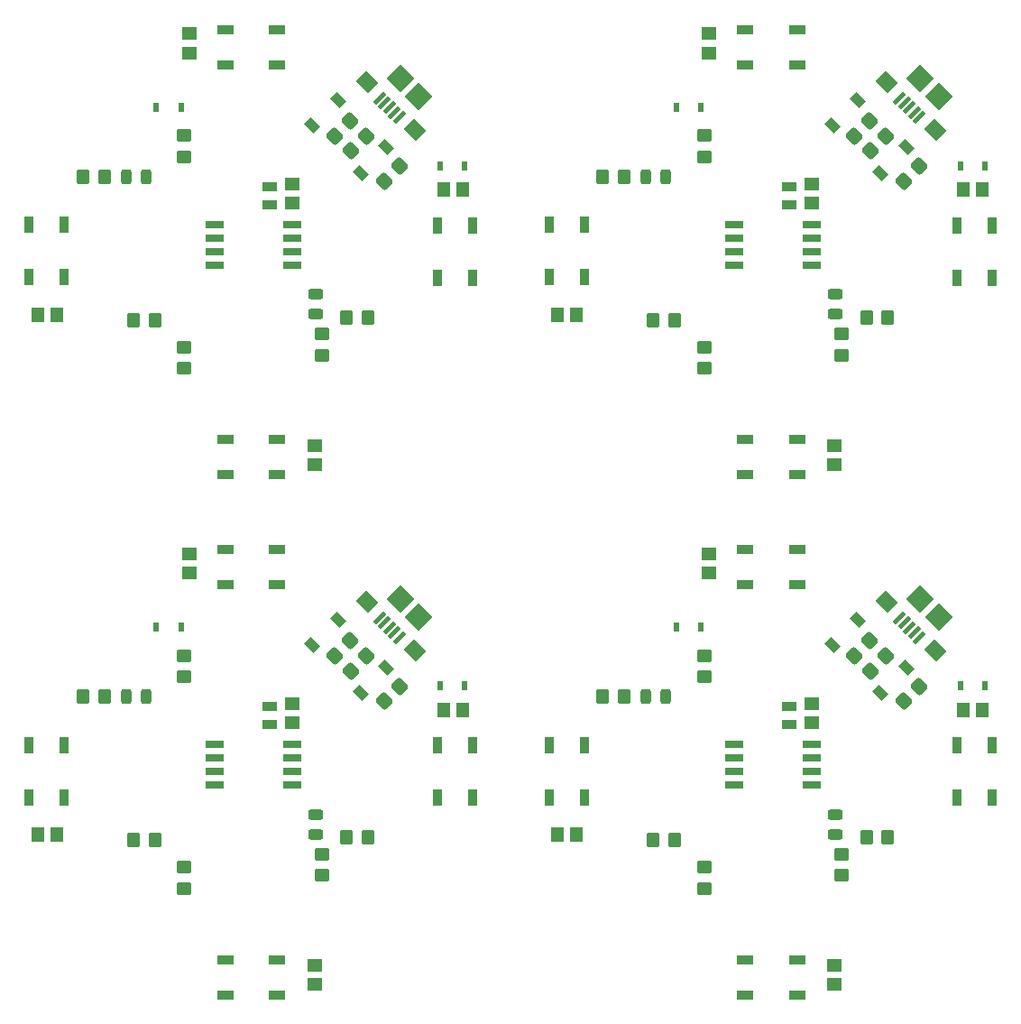
<source format=gtp>
G04 #@! TF.GenerationSoftware,KiCad,Pcbnew,7.0.5*
G04 #@! TF.CreationDate,2023-12-30T15:13:16+10:00*
G04 #@! TF.ProjectId,SimonGame,53696d6f-6e47-4616-9d65-2e6b69636164,rev?*
G04 #@! TF.SameCoordinates,Original*
G04 #@! TF.FileFunction,Paste,Top*
G04 #@! TF.FilePolarity,Positive*
%FSLAX46Y46*%
G04 Gerber Fmt 4.6, Leading zero omitted, Abs format (unit mm)*
G04 Created by KiCad (PCBNEW 7.0.5) date 2023-12-30 15:13:16*
%MOMM*%
%LPD*%
G01*
G04 APERTURE LIST*
G04 Aperture macros list*
%AMRoundRect*
0 Rectangle with rounded corners*
0 $1 Rounding radius*
0 $2 $3 $4 $5 $6 $7 $8 $9 X,Y pos of 4 corners*
0 Add a 4 corners polygon primitive as box body*
4,1,4,$2,$3,$4,$5,$6,$7,$8,$9,$2,$3,0*
0 Add four circle primitives for the rounded corners*
1,1,$1+$1,$2,$3*
1,1,$1+$1,$4,$5*
1,1,$1+$1,$6,$7*
1,1,$1+$1,$8,$9*
0 Add four rect primitives between the rounded corners*
20,1,$1+$1,$2,$3,$4,$5,0*
20,1,$1+$1,$4,$5,$6,$7,0*
20,1,$1+$1,$6,$7,$8,$9,0*
20,1,$1+$1,$8,$9,$2,$3,0*%
%AMRotRect*
0 Rectangle, with rotation*
0 The origin of the aperture is its center*
0 $1 length*
0 $2 width*
0 $3 Rotation angle, in degrees counterclockwise*
0 Add horizontal line*
21,1,$1,$2,0,0,$3*%
G04 Aperture macros list end*
%ADD10R,0.630000X0.830000*%
%ADD11R,1.150000X1.450000*%
%ADD12R,1.450000X1.150000*%
%ADD13RoundRect,0.250000X0.070711X-0.565685X0.565685X-0.070711X-0.070711X0.565685X-0.565685X0.070711X0*%
%ADD14RoundRect,0.250000X0.450000X-0.350000X0.450000X0.350000X-0.450000X0.350000X-0.450000X-0.350000X0*%
%ADD15RoundRect,0.250000X-0.350000X-0.450000X0.350000X-0.450000X0.350000X0.450000X-0.350000X0.450000X0*%
%ADD16RotRect,1.220000X0.910000X315.000000*%
%ADD17R,0.900000X1.500000*%
%ADD18R,1.500000X0.900000*%
%ADD19RotRect,0.400000X1.350000X135.000000*%
%ADD20RotRect,1.400000X1.600000X225.000000*%
%ADD21RotRect,1.900000X1.900000X135.000000*%
%ADD22R,1.750000X0.650000*%
%ADD23R,1.470000X0.970000*%
%ADD24RoundRect,0.243750X0.456250X-0.243750X0.456250X0.243750X-0.456250X0.243750X-0.456250X-0.243750X0*%
%ADD25RoundRect,0.250000X-0.450000X0.350000X-0.450000X-0.350000X0.450000X-0.350000X0.450000X0.350000X0*%
%ADD26RoundRect,0.243750X-0.243750X-0.456250X0.243750X-0.456250X0.243750X0.456250X-0.243750X0.456250X0*%
%ADD27RoundRect,0.250000X0.350000X0.450000X-0.350000X0.450000X-0.350000X-0.450000X0.350000X-0.450000X0*%
G04 APERTURE END LIST*
D10*
X151700000Y-107800000D03*
X154000000Y-107800000D03*
X125050000Y-102300000D03*
X127350000Y-102300000D03*
D11*
X113900000Y-121800000D03*
X115700000Y-121800000D03*
D12*
X139900000Y-135850000D03*
X139900000Y-134050000D03*
D11*
X153800000Y-110050000D03*
X152000000Y-110050000D03*
D13*
X147857107Y-107842893D03*
X146442893Y-109257107D03*
X143194607Y-103592893D03*
X141780393Y-105007107D03*
D14*
X127650000Y-104962500D03*
X127650000Y-106962500D03*
D15*
X144900000Y-122050000D03*
X142900000Y-122050000D03*
D16*
X139697918Y-104002082D03*
X142102082Y-101597918D03*
D17*
X113100000Y-118250000D03*
X116400000Y-118250000D03*
X116400000Y-113350000D03*
X113100000Y-113350000D03*
D18*
X131500000Y-95000000D03*
X131500000Y-98300000D03*
X136400000Y-98300000D03*
X136400000Y-95000000D03*
D17*
X154700000Y-113400000D03*
X151400000Y-113400000D03*
X151400000Y-118300000D03*
X154700000Y-118300000D03*
D19*
X147844276Y-103277297D03*
X147384656Y-102817678D03*
X146925037Y-102358058D03*
X146465417Y-101898439D03*
X146005798Y-101438819D03*
D20*
X149346878Y-104461701D03*
X144821394Y-99936217D03*
D21*
X149665076Y-101315076D03*
X147968019Y-99618019D03*
D22*
X130525000Y-113295000D03*
X130525000Y-114565000D03*
X130525000Y-115835000D03*
X130525000Y-117105000D03*
X137775000Y-117105000D03*
X137775000Y-115835000D03*
X137775000Y-114565000D03*
X137775000Y-113295000D03*
D23*
X135650000Y-111430000D03*
X135650000Y-109770000D03*
D24*
X140000000Y-119862500D03*
X140000000Y-121737500D03*
D25*
X140600000Y-125600000D03*
X140600000Y-123600000D03*
D26*
X122212500Y-108800000D03*
X124087500Y-108800000D03*
D27*
X118150000Y-108800000D03*
X120150000Y-108800000D03*
D25*
X127650000Y-126800000D03*
X127650000Y-124800000D03*
D13*
X144711872Y-104988128D03*
X143297658Y-106402342D03*
D16*
X144220710Y-108479290D03*
X146624874Y-106075126D03*
D27*
X122900000Y-122300000D03*
X124900000Y-122300000D03*
D12*
X128150000Y-95400000D03*
X128150000Y-97200000D03*
D18*
X136400000Y-136800000D03*
X136400000Y-133500000D03*
X131500000Y-133500000D03*
X131500000Y-136800000D03*
D12*
X137800000Y-111300000D03*
X137800000Y-109500000D03*
D16*
X95420710Y-108479290D03*
X97824874Y-106075126D03*
D10*
X102900000Y-107800000D03*
X105200000Y-107800000D03*
X76250000Y-102300000D03*
X78550000Y-102300000D03*
D16*
X90897918Y-104002082D03*
X93302082Y-101597918D03*
D12*
X91100000Y-135850000D03*
X91100000Y-134050000D03*
X89000000Y-111300000D03*
X89000000Y-109500000D03*
D11*
X105000000Y-110050000D03*
X103200000Y-110050000D03*
D27*
X74100000Y-122300000D03*
X76100000Y-122300000D03*
D13*
X99057107Y-107842893D03*
X97642893Y-109257107D03*
X94394607Y-103592893D03*
X92980393Y-105007107D03*
D14*
X78850000Y-104962500D03*
X78850000Y-106962500D03*
D13*
X95911872Y-104988128D03*
X94497658Y-106402342D03*
D27*
X69350000Y-108800000D03*
X71350000Y-108800000D03*
D17*
X105900000Y-113400000D03*
X102600000Y-113400000D03*
X102600000Y-118300000D03*
X105900000Y-118300000D03*
X64300000Y-118250000D03*
X67600000Y-118250000D03*
X67600000Y-113350000D03*
X64300000Y-113350000D03*
D18*
X82700000Y-95000000D03*
X82700000Y-98300000D03*
X87600000Y-98300000D03*
X87600000Y-95000000D03*
D19*
X99044276Y-103277297D03*
X98584656Y-102817678D03*
X98125037Y-102358058D03*
X97665417Y-101898439D03*
X97205798Y-101438819D03*
D20*
X100546878Y-104461701D03*
X96021394Y-99936217D03*
D21*
X100865076Y-101315076D03*
X99168019Y-99618019D03*
D23*
X86850000Y-111430000D03*
X86850000Y-109770000D03*
D22*
X81725000Y-113295000D03*
X81725000Y-114565000D03*
X81725000Y-115835000D03*
X81725000Y-117105000D03*
X88975000Y-117105000D03*
X88975000Y-115835000D03*
X88975000Y-114565000D03*
X88975000Y-113295000D03*
D24*
X91200000Y-119862500D03*
X91200000Y-121737500D03*
D25*
X91800000Y-125600000D03*
X91800000Y-123600000D03*
D12*
X79350000Y-95400000D03*
X79350000Y-97200000D03*
D18*
X87600000Y-136800000D03*
X87600000Y-133500000D03*
X82700000Y-133500000D03*
X82700000Y-136800000D03*
D26*
X73412500Y-108800000D03*
X75287500Y-108800000D03*
D25*
X78850000Y-126800000D03*
X78850000Y-124800000D03*
D15*
X96100000Y-122050000D03*
X94100000Y-122050000D03*
D11*
X65100000Y-121800000D03*
X66900000Y-121800000D03*
D16*
X144220710Y-59679290D03*
X146624874Y-57275126D03*
D10*
X151700000Y-59000000D03*
X154000000Y-59000000D03*
X125050000Y-53500000D03*
X127350000Y-53500000D03*
D12*
X139900000Y-87050000D03*
X139900000Y-85250000D03*
X137800000Y-62500000D03*
X137800000Y-60700000D03*
D27*
X122900000Y-73500000D03*
X124900000Y-73500000D03*
D13*
X147857107Y-59042893D03*
X146442893Y-60457107D03*
X143194607Y-54792893D03*
X141780393Y-56207107D03*
D27*
X118150000Y-60000000D03*
X120150000Y-60000000D03*
D15*
X144900000Y-73250000D03*
X142900000Y-73250000D03*
D11*
X113900000Y-73000000D03*
X115700000Y-73000000D03*
D13*
X144711872Y-56188128D03*
X143297658Y-57602342D03*
D11*
X153800000Y-61250000D03*
X152000000Y-61250000D03*
D17*
X113100000Y-69450000D03*
X116400000Y-69450000D03*
X116400000Y-64550000D03*
X113100000Y-64550000D03*
D18*
X131500000Y-46200000D03*
X131500000Y-49500000D03*
X136400000Y-49500000D03*
X136400000Y-46200000D03*
D23*
X135650000Y-62630000D03*
X135650000Y-60970000D03*
D22*
X130525000Y-64495000D03*
X130525000Y-65765000D03*
X130525000Y-67035000D03*
X130525000Y-68305000D03*
X137775000Y-68305000D03*
X137775000Y-67035000D03*
X137775000Y-65765000D03*
X137775000Y-64495000D03*
D24*
X140000000Y-71062500D03*
X140000000Y-72937500D03*
D25*
X140600000Y-76800000D03*
X140600000Y-74800000D03*
D26*
X122212500Y-60000000D03*
X124087500Y-60000000D03*
D25*
X127650000Y-78000000D03*
X127650000Y-76000000D03*
D19*
X147844276Y-54477297D03*
X147384656Y-54017678D03*
X146925037Y-53558058D03*
X146465417Y-53098439D03*
X146005798Y-52638819D03*
D20*
X149346878Y-55661701D03*
X144821394Y-51136217D03*
D21*
X149665076Y-52515076D03*
X147968019Y-50818019D03*
D16*
X139697918Y-55202082D03*
X142102082Y-52797918D03*
D12*
X128150000Y-46600000D03*
X128150000Y-48400000D03*
D17*
X154700000Y-64600000D03*
X151400000Y-64600000D03*
X151400000Y-69500000D03*
X154700000Y-69500000D03*
D14*
X127650000Y-56162500D03*
X127650000Y-58162500D03*
D18*
X136400000Y-88000000D03*
X136400000Y-84700000D03*
X131500000Y-84700000D03*
X131500000Y-88000000D03*
D25*
X91800000Y-76800000D03*
X91800000Y-74800000D03*
D24*
X91200000Y-71062500D03*
X91200000Y-72937500D03*
D27*
X69350000Y-60000000D03*
X71350000Y-60000000D03*
D25*
X78850000Y-78000000D03*
X78850000Y-76000000D03*
D15*
X96100000Y-73250000D03*
X94100000Y-73250000D03*
D14*
X78850000Y-56162500D03*
X78850000Y-58162500D03*
D27*
X74100000Y-73500000D03*
X76100000Y-73500000D03*
D13*
X99057107Y-59042893D03*
X97642893Y-60457107D03*
X94394607Y-54792893D03*
X92980393Y-56207107D03*
X95911872Y-56188128D03*
X94497658Y-57602342D03*
D12*
X91100000Y-87050000D03*
X91100000Y-85250000D03*
D11*
X105000000Y-61250000D03*
X103200000Y-61250000D03*
D12*
X79350000Y-46600000D03*
X79350000Y-48400000D03*
D11*
X65100000Y-73000000D03*
X66900000Y-73000000D03*
D12*
X89000000Y-62500000D03*
X89000000Y-60700000D03*
D10*
X102900000Y-59000000D03*
X105200000Y-59000000D03*
X76250000Y-53500000D03*
X78550000Y-53500000D03*
D16*
X90897918Y-55202082D03*
X93302082Y-52797918D03*
X95420710Y-59679290D03*
X97824874Y-57275126D03*
D17*
X64300000Y-69450000D03*
X67600000Y-69450000D03*
X67600000Y-64550000D03*
X64300000Y-64550000D03*
D18*
X82700000Y-46200000D03*
X82700000Y-49500000D03*
X87600000Y-49500000D03*
X87600000Y-46200000D03*
D17*
X105900000Y-64600000D03*
X102600000Y-64600000D03*
X102600000Y-69500000D03*
X105900000Y-69500000D03*
D18*
X87600000Y-88000000D03*
X87600000Y-84700000D03*
X82700000Y-84700000D03*
X82700000Y-88000000D03*
D19*
X99044276Y-54477297D03*
X98584656Y-54017678D03*
X98125037Y-53558058D03*
X97665417Y-53098439D03*
X97205798Y-52638819D03*
D20*
X100546878Y-55661701D03*
X96021394Y-51136217D03*
D21*
X100865076Y-52515076D03*
X99168019Y-50818019D03*
D22*
X81725000Y-64495000D03*
X81725000Y-65765000D03*
X81725000Y-67035000D03*
X81725000Y-68305000D03*
X88975000Y-68305000D03*
X88975000Y-67035000D03*
X88975000Y-65765000D03*
X88975000Y-64495000D03*
D23*
X86850000Y-62630000D03*
X86850000Y-60970000D03*
D26*
X73412500Y-60000000D03*
X75287500Y-60000000D03*
M02*

</source>
